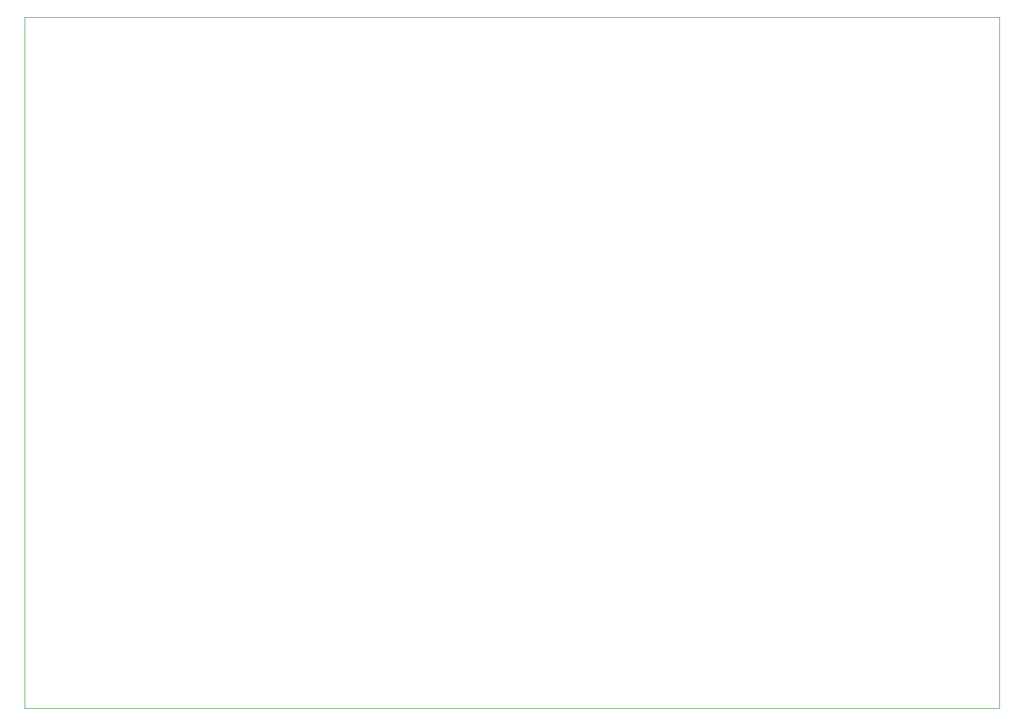
<source format=gbr>
%TF.GenerationSoftware,KiCad,Pcbnew,9.0.0*%
%TF.CreationDate,2025-04-04T10:54:07-06:00*%
%TF.ProjectId,Solenoid Breakout Board,536f6c65-6e6f-4696-9420-427265616b6f,rev?*%
%TF.SameCoordinates,Original*%
%TF.FileFunction,Profile,NP*%
%FSLAX46Y46*%
G04 Gerber Fmt 4.6, Leading zero omitted, Abs format (unit mm)*
G04 Created by KiCad (PCBNEW 9.0.0) date 2025-04-04 10:54:07*
%MOMM*%
%LPD*%
G01*
G04 APERTURE LIST*
%TA.AperFunction,Profile*%
%ADD10C,0.050000*%
%TD*%
G04 APERTURE END LIST*
D10*
X44450000Y-53340000D02*
X188595000Y-53340000D01*
X188595000Y-155575000D01*
X44450000Y-155575000D01*
X44450000Y-53340000D01*
M02*

</source>
